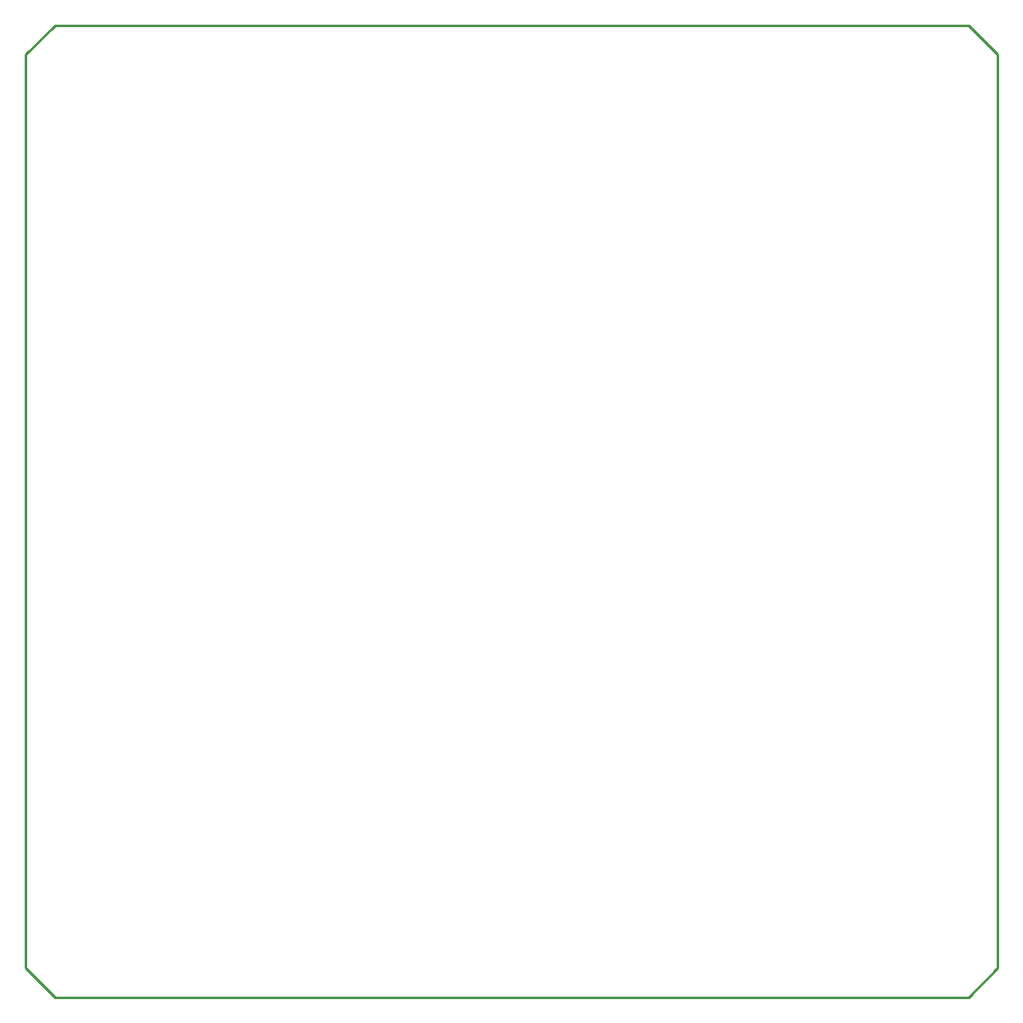
<source format=gko>
G04*
G04  File:            FDC_SUB1.GKO, Sun May 18 08:49:25 2025*
G04  Source:          P-CAD 2002 PCB (6/400), Version 17.00.50, (N:\DATA1\TNB\FDC\PIC_FDC\SUB1\FDC_SUB1.PCB)*
G04  Format:          Gerber Format (RS-274-D), ASCII*
G04*
G04  Format Options:  Absolute Positioning*
G04                   Leading-Zero Suppression*
G04                   Scale Factor 1:1*
G04                   NO Circular Interpolation*
G04                   Millimeter Units*
G04                   Numeric Format: 5.3 (XXXXX.XXX)*
G04                   G54 Used for Aperture Change*
G04                   Apertures Embedded*
G04*
G04  File Options:    Offset = (0.000mm,0.000mm)*
G04                   Drill Symbol Size = 2.032mm*
G04                   No Pad/Via Holes*
G04*
G04  File Contents:   No Pads*
G04                   No Vias*
G04                   No Designators*
G04                   No Types*
G04                   No Values*
G04                   No Drill Symbols*
G04                   Board*
G04*
%INFDC_SUB1.GKO*%
%ICAS*%
%MOMM*%
G04*
G04  Aperture MACROs for general use --- invoked via D-code assignment *
G04*
G04  General MACRO for flashed round with rotation and/or offset hole *
%AMROTOFFROUND*
1,1,$1,0.0000,0.0000*
1,0,$2,$3,$4*%
G04*
G04  General MACRO for flashed oval (obround) with rotation and/or offset hole *
%AMROTOFFOVAL*
21,1,$1,$2,0.0000,0.0000,$3*
1,1,$4,$5,$6*
1,1,$4,0-$5,0-$6*
1,0,$7,$8,$9*%
G04*
G04  General MACRO for flashed oval (obround) with rotation and no hole *
%AMROTOVALNOHOLE*
21,1,$1,$2,0.0000,0.0000,$3*
1,1,$4,$5,$6*
1,1,$4,0-$5,0-$6*%
G04*
G04  General MACRO for flashed rectangle with rotation and/or offset hole *
%AMROTOFFRECT*
21,1,$1,$2,0.0000,0.0000,$3*
1,0,$4,$5,$6*%
G04*
G04  General MACRO for flashed rectangle with rotation and no hole *
%AMROTRECTNOHOLE*
21,1,$1,$2,0.0000,0.0000,$3*%
G04*
G04  General MACRO for flashed rounded-rectangle *
%AMROUNDRECT*
21,1,$1,$2-$4,0.0000,0.0000,$3*
21,1,$1-$4,$2,0.0000,0.0000,$3*
1,1,$4,$5,$6*
1,1,$4,$7,$8*
1,1,$4,0-$5,0-$6*
1,1,$4,0-$7,0-$8*
1,0,$9,$10,$11*%
G04*
G04  General MACRO for flashed rounded-rectangle with rotation and no hole *
%AMROUNDRECTNOHOLE*
21,1,$1,$2-$4,0.0000,0.0000,$3*
21,1,$1-$4,$2,0.0000,0.0000,$3*
1,1,$4,$5,$6*
1,1,$4,$7,$8*
1,1,$4,0-$5,0-$6*
1,1,$4,0-$7,0-$8*%
G04*
G04  General MACRO for flashed regular polygon *
%AMREGPOLY*
5,1,$1,0.0000,0.0000,$2,$3+$4*
1,0,$5,$6,$7*%
G04*
G04  General MACRO for flashed regular polygon with no hole *
%AMREGPOLYNOHOLE*
5,1,$1,0.0000,0.0000,$2,$3+$4*%
G04*
G04  General MACRO for target *
%AMTARGET*
6,0,0,$1,$2,$3,4,$4,$5,$6*%
G04*
G04  General MACRO for mounting hole *
%AMMTHOLE*
1,1,$1,0,0*
1,0,$2,0,0*
$1=$1-$2*
$1=$1/2*
21,1,$2+$1,$3,0,0,$4*
21,1,$3,$2+$1,0,0,$4*%
G04*
G04*
G04  D10 : "Ellipse X0.254mm Y0.254mm H0.000mm 0.0deg (0.000mm,0.000mm) Draw"*
G04  Disc: OuterDia=0.2540*
%ADD10C, 0.2540*%
G04  D11 : "Ellipse X0.320mm Y0.320mm H0.000mm 0.0deg (0.000mm,0.000mm) Draw"*
G04  Disc: OuterDia=0.3200*
%ADD11C, 0.3200*%
G04  D12 : "Ellipse X0.400mm Y0.400mm H0.000mm 0.0deg (0.000mm,0.000mm) Draw"*
G04  Disc: OuterDia=0.4000*
%ADD12C, 0.4000*%
G04  D13 : "Ellipse X0.500mm Y0.500mm H0.000mm 0.0deg (0.000mm,0.000mm) Draw"*
G04  Disc: OuterDia=0.5000*
%ADD13C, 0.5000*%
G04  D14 : "Ellipse X0.100mm Y0.100mm H0.000mm 0.0deg (0.000mm,0.000mm) Draw"*
G04  Disc: OuterDia=0.1000*
%ADD14C, 0.1000*%
G04  D15 : "Ellipse X0.800mm Y0.800mm H0.000mm 0.0deg (0.000mm,0.000mm) Draw"*
G04  Disc: OuterDia=0.8000*
%ADD15C, 0.8000*%
G04  D16 : "Ellipse X1.000mm Y1.000mm H0.000mm 0.0deg (0.000mm,0.000mm) Draw"*
G04  Disc: OuterDia=1.0000*
%ADD16C, 1.0000*%
G04  D17 : "Ellipse X1.200mm Y1.200mm H0.000mm 0.0deg (0.000mm,0.000mm) Draw"*
G04  Disc: OuterDia=1.2000*
%ADD17C, 1.2000*%
G04  D18 : "Ellipse X0.200mm Y0.200mm H0.000mm 0.0deg (0.000mm,0.000mm) Draw"*
G04  Disc: OuterDia=0.2000*
%ADD18C, 0.2000*%
G04  D19 : "Ellipse X0.250mm Y0.250mm H0.000mm 0.0deg (0.000mm,0.000mm) Draw"*
G04  Disc: OuterDia=0.2500*
%ADD19C, 0.2500*%
G04  D20 : "Ellipse X3.581mm Y3.581mm H0.000mm 0.0deg (0.000mm,0.000mm) Flash"*
G04  Disc: OuterDia=3.5810*
%ADD20C, 3.5810*%
G04  D21 : "Ellipse X3.981mm Y3.981mm H0.000mm 0.0deg (0.000mm,0.000mm) Flash"*
G04  Disc: OuterDia=3.9810*
%ADD21C, 3.9810*%
G04  D22 : "Ellipse X1.540mm Y1.540mm H0.000mm 0.0deg (0.000mm,0.000mm) Flash"*
G04  Disc: OuterDia=1.5400*
%ADD22C, 1.5400*%
G04  D23 : "Ellipse X1.590mm Y1.590mm H0.000mm 0.0deg (0.000mm,0.000mm) Flash"*
G04  Disc: OuterDia=1.5900*
%ADD23C, 1.5900*%
G04  D24 : "Ellipse X1.900mm Y1.900mm H0.000mm 0.0deg (0.000mm,0.000mm) Flash"*
G04  Disc: OuterDia=1.9000*
%ADD24C, 1.9000*%
G04  D25 : "Ellipse X1.921mm Y1.921mm H0.000mm 0.0deg (0.000mm,0.000mm) Flash"*
G04  Disc: OuterDia=1.9210*
%ADD25C, 1.9210*%
G04  D26 : "Ellipse X1.971mm Y1.971mm H0.000mm 0.0deg (0.000mm,0.000mm) Flash"*
G04  Disc: OuterDia=1.9710*
%ADD26C, 1.9710*%
G04  D27 : "Ellipse X2.281mm Y2.281mm H0.000mm 0.0deg (0.000mm,0.000mm) Flash"*
G04  Disc: OuterDia=2.2810*
%ADD27C, 2.2810*%
G04  D28 : "Mounting Hole X3.200mm Y3.200mm H0.000mm 0.0deg (0.000mm,0.000mm) Flash"*
G04  Mounting Hole: Diameter=3.2000, Rotation=0.0, LineWidth=0.1270 *
%ADD28MTHOLE, 3.2000 X2.6920 X0.1270 X0.0*%
G04  D29 : "Mounting Hole X3.600mm Y3.600mm H0.000mm 0.0deg (0.000mm,0.000mm) Flash"*
G04  Mounting Hole: Diameter=3.6000, Rotation=0.0, LineWidth=0.1270 *
%ADD29MTHOLE, 3.6000 X3.0920 X0.1270 X0.0*%
G04  D30 : "Rounded Rectangle X1.540mm Y1.540mm H0.000mm 0.0deg (0.000mm,0.000mm) Flash"*
G04  RoundRct: DimX=1.5400, DimY=1.5400, CornerRad=0.3850, Rotation=0.0, OffsetX=0.0000, OffsetY=0.0000, HoleDia=0.0000 *
%ADD30ROUNDRECTNOHOLE, 1.5400 X1.5400 X0.0 X0.7700 X-0.3850 X-0.3850 X-0.3850 X0.3850*%
G04  D31 : "Rounded Rectangle X1.590mm Y1.590mm H0.000mm 0.0deg (0.000mm,0.000mm) Flash"*
G04  RoundRct: DimX=1.5900, DimY=1.5900, CornerRad=0.3975, Rotation=0.0, OffsetX=0.0000, OffsetY=0.0000, HoleDia=0.0000 *
%ADD31ROUNDRECTNOHOLE, 1.5900 X1.5900 X0.0 X0.7950 X-0.3975 X-0.3975 X-0.3975 X0.3975*%
G04  D32 : "Rounded Rectangle X1.921mm Y1.921mm H0.000mm 0.0deg (0.000mm,0.000mm) Flash"*
G04  RoundRct: DimX=1.9210, DimY=1.9210, CornerRad=0.4803, Rotation=0.0, OffsetX=0.0000, OffsetY=0.0000, HoleDia=0.0000 *
%ADD32ROUNDRECTNOHOLE, 1.9210 X1.9210 X0.0 X0.9605 X-0.4803 X-0.4803 X-0.4803 X0.4803*%
G04  D33 : "Rounded Rectangle X1.971mm Y1.971mm H0.000mm 0.0deg (0.000mm,0.000mm) Flash"*
G04  RoundRct: DimX=1.9710, DimY=1.9710, CornerRad=0.4928, Rotation=0.0, OffsetX=0.0000, OffsetY=0.0000, HoleDia=0.0000 *
%ADD33ROUNDRECTNOHOLE, 1.9710 X1.9710 X0.0 X0.9855 X-0.4928 X-0.4928 X-0.4928 X0.4928*%
G04  D34 : "Rectangle X1.900mm Y1.900mm H0.000mm 0.0deg (0.000mm,0.000mm) Flash"*
G04  Square: Side=1.9000, Rotation=0.0, OffsetX=0.0000, OffsetY=0.0000, HoleDia=0.0000*
%ADD34R, 1.9000 X1.9000*%
G04  D35 : "Rectangle X2.281mm Y2.281mm H0.000mm 0.0deg (0.000mm,0.000mm) Flash"*
G04  Square: Side=2.2810, Rotation=0.0, OffsetX=0.0000, OffsetY=0.0000, HoleDia=0.0000*
%ADD35R, 2.2810 X2.2810*%
G04  D36 : "Ellipse X0.900mm Y0.900mm H0.000mm 0.0deg (0.000mm,0.000mm) Flash"*
G04  Disc: OuterDia=0.9000*
%ADD36C, 0.9000*%
G04  D37 : "Ellipse X1.281mm Y1.281mm H0.000mm 0.0deg (0.000mm,0.000mm) Flash"*
G04  Disc: OuterDia=1.2810*
%ADD37C, 1.2810*%
G04*
%FSLAX53Y53*%
%SFA1B1*%
%OFA0.000B0.000*%
G04*
G71*
G90*
G01*
D2*
%LNBoard*%
G54D10*
X77000Y80000*
X80000Y77000D1*
Y177000D2*
X77000Y174000D1*
Y80000*
X177000D2*
Y174000D1*
Y80000D2*
X174000Y77000D1*
Y177000D2*
X177000Y174000D1*
X80000Y77000D2*
X174000D1*
Y177000D2*
X80000D1*
D02M02*

</source>
